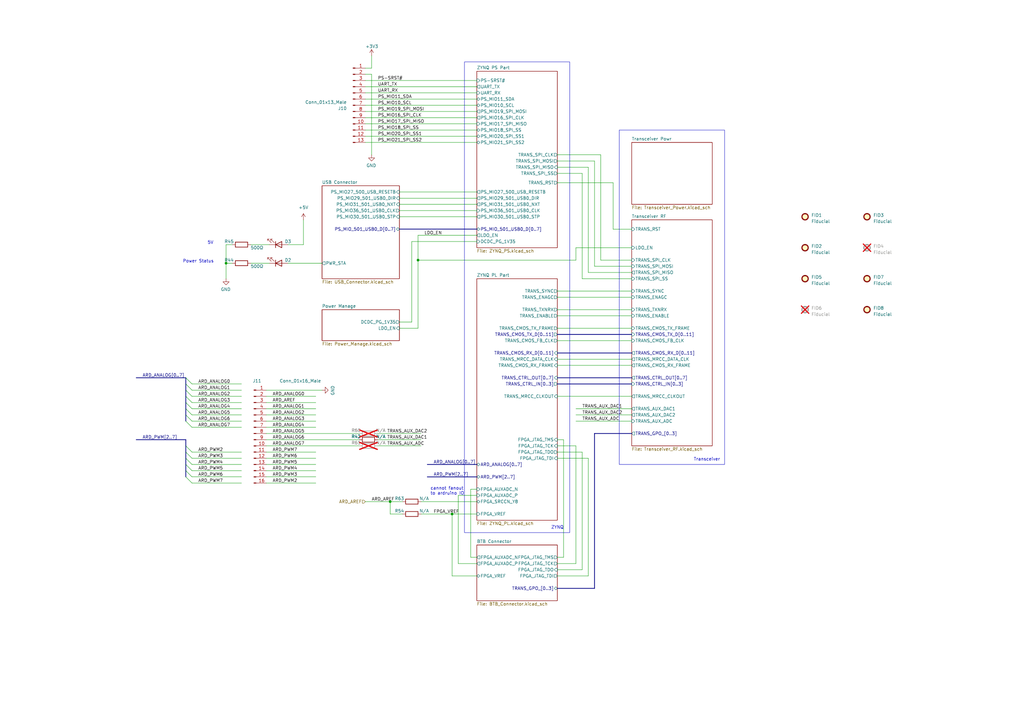
<source format=kicad_sch>
(kicad_sch (version 20231120) (generator "eeschema") (generator_version "8.0")
  (paper "A3")
  (lib_symbols
    (symbol "Connector:Conn_01x13_Male" (pin_names (offset 1.016) hide)
      (property "Reference" "J" (at 0 17.78 0))
      (property "Value" "Conn_01x13_Male" (at 0 -17.78 0))
      (symbol "Conn_01x13_Male_1_1"
        (polyline (pts (xy 1.27 -15.24) (xy 0.8636 -15.24)) (stroke (width 0.1524)))
        (polyline (pts (xy 1.27 -12.7) (xy 0.8636 -12.7)) (stroke (width 0.1524)))
        (polyline (pts (xy 1.27 -10.16) (xy 0.8636 -10.16)) (stroke (width 0.1524)))
        (polyline (pts (xy 1.27 -7.62) (xy 0.8636 -7.62)) (stroke (width 0.1524)))
        (polyline (pts (xy 1.27 -5.08) (xy 0.8636 -5.08)) (stroke (width 0.1524)))
        (polyline (pts (xy 1.27 -2.54) (xy 0.8636 -2.54)) (stroke (width 0.1524)))
        (polyline (pts (xy 1.27 0) (xy 0.8636 0)) (stroke (width 0.1524)))
        (polyline (pts (xy 1.27 2.54) (xy 0.8636 2.54)) (stroke (width 0.1524)))
        (polyline (pts (xy 1.27 5.08) (xy 0.8636 5.08)) (stroke (width 0.1524)))
        (polyline (pts (xy 1.27 7.62) (xy 0.8636 7.62)) (stroke (width 0.1524)))
        (polyline (pts (xy 1.27 10.16) (xy 0.8636 10.16)) (stroke (width 0.1524)))
        (polyline (pts (xy 1.27 12.7) (xy 0.8636 12.7)) (stroke (width 0.1524)))
        (polyline (pts (xy 1.27 15.24) (xy 0.8636 15.24)) (stroke (width 0.1524)))
        (rectangle (start 0.8636 -15.113) (end 0 -15.367) (stroke (width 0.1524)) (fill (type outline)))
        (rectangle (start 0.8636 -12.573) (end 0 -12.827) (stroke (width 0.1524)) (fill (type outline)))
        (rectangle (start 0.8636 -10.033) (end 0 -10.287) (stroke (width 0.1524)) (fill (type outline)))
        (rectangle (start 0.8636 -7.493) (end 0 -7.747) (stroke (width 0.1524)) (fill (type outline)))
        (rectangle (start 0.8636 -4.953) (end 0 -5.207) (stroke (width 0.1524)) (fill (type outline)))
        (rectangle (start 0.8636 -2.413) (end 0 -2.667) (stroke (width 0.1524)) (fill (type outline)))
        (rectangle (start 0.8636 0.127) (end 0 -0.127) (stroke (width 0.1524)) (fill (type outline)))
        (rectangle (start 0.8636 2.667) (end 0 2.413) (stroke (width 0.1524)) (fill (type outline)))
        (rectangle (start 0.8636 5.207) (end 0 4.953) (stroke (width 0.1524)) (fill (type outline)))
        (rectangle (start 0.8636 7.747) (end 0 7.493) (stroke (width 0.1524)) (fill (type outline)))
        (rectangle (start 0.8636 10.287) (end 0 10.033) (stroke (width 0.1524)) (fill (type outline)))
        (rectangle (start 0.8636 12.827) (end 0 12.573) (stroke (width 0.1524)) (fill (type outline)))
        (rectangle (start 0.8636 15.367) (end 0 15.113) (stroke (width 0.1524)) (fill (type outline)))
        (pin passive line (at 5.08 15.24 180) (length 3.81) (name "Pin_1") (number "1"))
        (pin passive line (at 5.08 -7.62 180) (length 3.81) (name "Pin_10") (number "10"))
        (pin passive line (at 5.08 -10.16 180) (length 3.81) (name "Pin_11") (number "11"))
        (pin passive line (at 5.08 -12.7 180) (length 3.81) (name "Pin_12") (number "12"))
        (pin passive line (at 5.08 -15.24 180) (length 3.81) (name "Pin_13") (number "13"))
        (pin passive line (at 5.08 12.7 180) (length 3.81) (name "Pin_2") (number "2"))
        (pin passive line (at 5.08 10.16 180) (length 3.81) (name "Pin_3") (number "3"))
        (pin passive line (at 5.08 7.62 180) (length 3.81) (name "Pin_4") (number "4"))
        (pin passive line (at 5.08 5.08 180) (length 3.81) (name "Pin_5") (number "5"))
        (pin passive line (at 5.08 2.54 180) (length 3.81) (name "Pin_6") (number "6"))
        (pin passive line (at 5.08 0 180) (length 3.81) (name "Pin_7") (number "7"))
        (pin passive line (at 5.08 -2.54 180) (length 3.81) (name "Pin_8") (number "8"))
        (pin passive line (at 5.08 -5.08 180) (length 3.81) (name "Pin_9") (number "9"))
      )
    )
    (symbol "Connector:Conn_01x16_Male" (pin_names (offset 1.016) hide)
      (property "Reference" "J" (at 0 20.32 0))
      (property "Value" "Conn_01x16_Male" (at 0 -22.86 0))
      (symbol "Conn_01x16_Male_1_1"
        (polyline (pts (xy 1.27 -20.32) (xy 0.8636 -20.32)) (stroke (width 0.1524)))
        (polyline (pts (xy 1.27 -17.78) (xy 0.8636 -17.78)) (stroke (width 0.1524)))
        (polyline (pts (xy 1.27 -15.24) (xy 0.8636 -15.24)) (stroke (width 0.1524)))
        (polyline (pts (xy 1.27 -12.7) (xy 0.8636 -12.7)) (stroke (width 0.1524)))
        (polyline (pts (xy 1.27 -10.16) (xy 0.8636 -10.16)) (stroke (width 0.1524)))
        (polyline (pts (xy 1.27 -7.62) (xy 0.8636 -7.62)) (stroke (width 0.1524)))
        (polyline (pts (xy 1.27 -5.08) (xy 0.8636 -5.08)) (stroke (width 0.1524)))
        (polyline (pts (xy 1.27 -2.54) (xy 0.8636 -2.54)) (stroke (width 0.1524)))
        (polyline (pts (xy 1.27 0) (xy 0.8636 0)) (stroke (width 0.1524)))
        (polyline (pts (xy 1.27 2.54) (xy 0.8636 2.54)) (stroke (width 0.1524)))
        (polyline (pts (xy 1.27 5.08) (xy 0.8636 5.08)) (stroke (width 0.1524)))
        (polyline (pts (xy 1.27 7.62) (xy 0.8636 7.62)) (stroke (width 0.1524)))
        (polyline (pts (xy 1.27 10.16) (xy 0.8636 10.16)) (stroke (width 0.1524)))
        (polyline (pts (xy 1.27 12.7) (xy 0.8636 12.7)) (stroke (width 0.1524)))
        (polyline (pts (xy 1.27 15.24) (xy 0.8636 15.24)) (stroke (width 0.1524)))
        (polyline (pts (xy 1.27 17.78) (xy 0.8636 17.78)) (stroke (width 0.1524)))
        (rectangle (start 0.8636 -20.193) (end 0 -20.447) (stroke (width 0.1524)) (fill (type outline)))
        (rectangle (start 0.8636 -17.653) (end 0 -17.907) (stroke (width 0.1524)) (fill (type outline)))
        (rectangle (start 0.8636 -15.113) (end 0 -15.367) (stroke (width 0.1524)) (fill (type outline)))
        (rectangle (start 0.8636 -12.573) (end 0 -12.827) (stroke (width 0.1524)) (fill (type outline)))
        (rectangle (start 0.8636 -10.033) (end 0 -10.287) (stroke (width 0.1524)) (fill (type outline)))
        (rectangle (start 0.8636 -7.493) (end 0 -7.747) (stroke (width 0.1524)) (fill (type outline)))
        (rectangle (start 0.8636 -4.953) (end 0 -5.207) (stroke (width 0.1524)) (fill (type outline)))
        (rectangle (start 0.8636 -2.413) (end 0 -2.667) (stroke (width 0.1524)) (fill (type outline)))
        (rectangle (start 0.8636 0.127) (end 0 -0.127) (stroke (width 0.1524)) (fill (type outline)))
        (rectangle (start 0.8636 2.667) (end 0 2.413) (stroke (width 0.1524)) (fill (type outline)))
        (rectangle (start 0.8636 5.207) (end 0 4.953) (stroke (width 0.1524)) (fill (type outline)))
        (rectangle (start 0.8636 7.747) (end 0 7.493) (stroke (width 0.1524)) (fill (type outline)))
        (rectangle (start 0.8636 10.287) (end 0 10.033) (stroke (width 0.1524)) (fill (type outline)))
        (rectangle (start 0.8636 12.827) (end 0 12.573) (stroke (width 0.1524)) (fill (type outline)))
        (rectangle (start 0.8636 15.367) (end 0 15.113) (stroke (width 0.1524)) (fill (type outline)))
        (rectangle (start 0.8636 17.907) (end 0 17.653) (stroke (width 0.1524)) (fill (type outline)))
        (pin passive line (at 5.08 17.78 180) (length 3.81) (name "Pin_1") (number "1"))
        (pin passive line (at 5.08 -5.08 180) (length 3.81) (name "Pin_10") (number "10"))
        (pin passive line (at 5.08 -7.62 180) (length 3.81) (name "Pin_11") (number "11"))
        (pin passive line (at 5.08 -10.16 180) (length 3.81) (name "Pin_12") (number "12"))
        (pin passive line (at 5.08 -12.7 180) (length 3.81) (name "Pin_13") (number "13"))
        (pin passive line (at 5.08 -15.24 180) (length 3.81) (name "Pin_14") (number "14"))
        (pin passive line (at 5.08 -17.78 180) (length 3.81) (name "Pin_15") (number "15"))
        (pin passive line (at 5.08 -20.32 180) (length 3.81) (name "Pin_16") (number "16"))
        (pin passive line (at 5.08 15.24 180) (length 3.81) (name "Pin_2") (number "2"))
        (pin passive line (at 5.08 12.7 180) (length 3.81) (name "Pin_3") (number "3"))
        (pin passive line (at 5.08 10.16 180) (length 3.81) (name "Pin_4") (number "4"))
        (pin passive line (at 5.08 7.62 180) (length 3.81) (name "Pin_5") (number "5"))
        (pin passive line (at 5.08 5.08 180) (length 3.81) (name "Pin_6") (number "6"))
        (pin passive line (at 5.08 2.54 180) (length 3.81) (name "Pin_7") (number "7"))
        (pin passive line (at 5.08 0 180) (length 3.81) (name "Pin_8") (number "8"))
        (pin passive line (at 5.08 -2.54 180) (length 3.81) (name "Pin_9") (number "9"))
      )
    )
    (symbol "Device:LED" (pin_numbers hide) (pin_names (offset 1.016) hide)
      (property "Reference" "D" (at 0 2.54 0))
      (property "Value" "LED" (at 0 -2.54 0))
      (symbol "LED_0_1"
        (polyline (pts (xy -1.27 -1.27) (xy -1.27 1.27)) (stroke (width 0.254)))
        (polyline (pts (xy -1.27 0) (xy 1.27 0)))
        (polyline (pts (xy 1.27 -1.27) (xy 1.27 1.27) (xy -1.27 0) (xy 1.27 -1.27)) (stroke (width 0.254)))
        (polyline (pts (xy -3.048 -0.762) (xy -4.572 -2.286) (xy -3.81 -2.286) (xy -4.572 -2.286) (xy -4.572 -1.524)))
        (polyline (pts (xy -1.778 -0.762) (xy -3.302 -2.286) (xy -2.54 -2.286) (xy -3.302 -2.286) (xy -3.302 -1.524)))
      )
      (symbol "LED_1_1"
        (pin passive line (at -3.81 0 0) (length 2.54) (name "K") (number "1"))
        (pin passive line (at 3.81 0 180) (length 2.54) (name "A") (number "2"))
      )
    )
    (symbol "Device:R" (pin_numbers hide) (pin_names (offset 0))
      (property "Reference" "R" (at 2.032 0 90))
      (property "Value" "R" (at 0 0 90))
      (symbol "R_0_1"
        (rectangle (start -1.016 -2.54) (end 1.016 2.54) (stroke (width 0.254)))
      )
      (symbol "R_1_1"
        (pin passive line (at 0 3.81 270) (length 1.27) (name "~") (number "1"))
        (pin passive line (at 0 -3.81 90) (length 1.27) (name "~") (number "2"))
      )
    )
    (symbol "Mechanical:Fiducial"
      (property "Reference" "FID" (at 0 5.08 0))
      (property "Value" "Fiducial" (at 0 3.175 0))
      (symbol "Fiducial_0_1"
        (circle (center 0 0) (radius 1.27) (stroke (width 0.508)) (fill (type background)))
      )
    )
    (symbol "power:+3.3V" (power) (pin_names (offset 0))
      (property "Value" "+3.3V" (at 0 3.556 0))
      (symbol "+3.3V_0_1"
        (polyline (pts (xy -0.762 1.27) (xy 0 2.54)))
        (polyline (pts (xy 0 0) (xy 0 2.54)))
        (polyline (pts (xy 0 2.54) (xy 0.762 1.27)))
      )
      (symbol "+3.3V_1_1"
        (pin power_in line (at 0 0 90) (length 0) hide (name "+3V3") (number "1"))
      )
    )
    (symbol "power:+5V" (power) (pin_names (offset 0))
      (property "Value" "+5V" (at 0 3.556 0))
      (symbol "+5V_0_1"
        (polyline (pts (xy -0.762 1.27) (xy 0 2.54)))
        (polyline (pts (xy 0 0) (xy 0 2.54)))
        (polyline (pts (xy 0 2.54) (xy 0.762 1.27)))
      )
      (symbol "+5V_1_1"
        (pin power_in line (at 0 0 90) (length 0) hide (name "+5V") (number "1"))
      )
    )
    (symbol "power:GND" (power) (pin_names (offset 0))
      (property "Value" "GND" (at 0 -3.81 0))
      (symbol "GND_0_1"
        (polyline (pts (xy 0 0) (xy 0 -1.27) (xy 1.27 -1.27) (xy 0 -2.54) (xy -1.27 -1.27) (xy 0 -1.27)))
      )
      (symbol "GND_1_1"
        (pin power_in line (at 0 0 270) (length 0) hide (name "GND") (number "1"))
      )
    )
  )
  (junction (at 171.45 106.68))
  (junction (at 160.02 205.74))
  (junction (at 92.71 107.95))
  (junction (at 185.42 210.82))
  (bus_entry (at 76.2 154.94) (size 2.54 2.54))
  (bus_entry (at 76.2 187.96) (size 2.54 2.54))
  (bus_entry (at 76.2 170.18) (size 2.54 2.54))
  (bus_entry (at 76.2 193.04) (size 2.54 2.54))
  (bus_entry (at 76.2 182.88) (size 2.54 2.54))
  (bus_entry (at 76.2 190.5) (size 2.54 2.54))
  (bus_entry (at 76.2 157.48) (size 2.54 2.54))
  (bus_entry (at 76.2 195.58) (size 2.54 2.54))
  (bus_entry (at 76.2 167.64) (size 2.54 2.54))
  (bus_entry (at 76.2 172.72) (size 2.54 2.54))
  (bus_entry (at 76.2 162.56) (size 2.54 2.54))
  (bus_entry (at 76.2 165.1) (size 2.54 2.54))
  (bus_entry (at 76.2 185.42) (size 2.54 2.54))
  (bus_entry (at 76.2 160.02) (size 2.54 2.54))
  (bus (pts (xy 55.88 180.34) (xy 76.2 180.34)))
  (wire (pts (xy 236.22 167.64) (xy 259.08 167.64)))
  (wire (pts (xy 185.42 236.22) (xy 195.58 236.22)))
  (wire (pts (xy 228.6 228.6) (xy 231.14 228.6)))
  (wire (pts (xy 172.72 210.82) (xy 185.42 210.82)))
  (wire (pts (xy 228.6 182.88) (xy 236.22 182.88)))
  (wire (pts (xy 149.86 40.64) (xy 195.58 40.64)))
  (wire (pts (xy 228.6 147.32) (xy 259.08 147.32)))
  (wire (pts (xy 78.74 185.42) (xy 99.06 185.42)))
  (wire (pts (xy 236.22 182.88) (xy 236.22 231.14)))
  (wire (pts (xy 228.6 139.7) (xy 259.08 139.7)))
  (wire (pts (xy 193.04 200.66) (xy 193.04 228.6)))
  (wire (pts (xy 236.22 231.14) (xy 228.6 231.14)))
  (wire (pts (xy 99.06 160.02) (xy 78.74 160.02)))
  (wire (pts (xy 228.6 162.56) (xy 259.08 162.56)))
  (wire (pts (xy 149.86 58.42) (xy 195.58 58.42)))
  (bus (pts (xy 76.2 185.42) (xy 76.2 182.88)))
  (bus (pts (xy 76.2 157.48) (xy 76.2 154.94)))
  (wire (pts (xy 187.96 203.2) (xy 195.58 203.2)))
  (wire (pts (xy 154.94 180.34) (xy 172.72 180.34)))
  (wire (pts (xy 92.71 107.95) (xy 92.71 114.3)))
  (wire (pts (xy 259.08 93.98) (xy 251.46 93.98)))
  (wire (pts (xy 149.86 27.94) (xy 152.4 27.94)))
  (wire (pts (xy 241.3 111.76) (xy 259.08 111.76)))
  (wire (pts (xy 195.58 96.52) (xy 171.45 96.52)))
  (wire (pts (xy 243.84 109.22) (xy 259.08 109.22)))
  (wire (pts (xy 78.74 190.5) (xy 99.06 190.5)))
  (wire (pts (xy 168.91 132.08) (xy 168.91 99.06)))
  (wire (pts (xy 129.54 187.96) (xy 109.22 187.96)))
  (wire (pts (xy 193.04 228.6) (xy 195.58 228.6)))
  (wire (pts (xy 129.54 185.42) (xy 109.22 185.42)))
  (wire (pts (xy 149.86 45.72) (xy 195.58 45.72)))
  (wire (pts (xy 238.76 233.68) (xy 228.6 233.68)))
  (wire (pts (xy 109.22 182.88) (xy 147.32 182.88)))
  (wire (pts (xy 129.54 167.64) (xy 109.22 167.64)))
  (wire (pts (xy 236.22 101.6) (xy 259.08 101.6)))
  (wire (pts (xy 129.54 172.72) (xy 109.22 172.72)))
  (wire (pts (xy 152.4 27.94) (xy 152.4 22.86)))
  (wire (pts (xy 171.45 96.52) (xy 171.45 106.68)))
  (wire (pts (xy 243.84 66.04) (xy 243.84 109.22)))
  (wire (pts (xy 236.22 172.72) (xy 259.08 172.72)))
  (wire (pts (xy 160.02 205.74) (xy 160.02 210.82)))
  (wire (pts (xy 163.83 86.36) (xy 195.58 86.36)))
  (bus (pts (xy 76.2 193.04) (xy 76.2 190.5)))
  (wire (pts (xy 163.83 78.74) (xy 195.58 78.74)))
  (wire (pts (xy 99.06 165.1) (xy 78.74 165.1)))
  (wire (pts (xy 129.54 195.58) (xy 109.22 195.58)))
  (wire (pts (xy 124.46 100.33) (xy 118.11 100.33)))
  (wire (pts (xy 195.58 200.66) (xy 193.04 200.66)))
  (wire (pts (xy 195.58 231.14) (xy 187.96 231.14)))
  (wire (pts (xy 172.72 205.74) (xy 195.58 205.74)))
  (wire (pts (xy 154.94 182.88) (xy 172.72 182.88)))
  (wire (pts (xy 109.22 177.8) (xy 147.32 177.8)))
  (wire (pts (xy 163.83 134.62) (xy 171.45 134.62)))
  (wire (pts (xy 241.3 68.58) (xy 241.3 111.76)))
  (wire (pts (xy 110.49 100.33) (xy 102.87 100.33)))
  (bus (pts (xy 243.84 177.8) (xy 259.08 177.8)))
  (wire (pts (xy 99.06 157.48) (xy 78.74 157.48)))
  (wire (pts (xy 78.74 193.04) (xy 99.06 193.04)))
  (wire (pts (xy 149.86 53.34) (xy 195.58 53.34)))
  (bus (pts (xy 76.2 167.64) (xy 76.2 165.1)))
  (wire (pts (xy 99.06 167.64) (xy 78.74 167.64)))
  (bus (pts (xy 228.6 241.3) (xy 243.84 241.3)))
  (wire (pts (xy 228.6 63.5) (xy 246.38 63.5)))
  (wire (pts (xy 228.6 119.38) (xy 259.08 119.38)))
  (wire (pts (xy 228.6 185.42) (xy 238.76 185.42)))
  (wire (pts (xy 241.3 236.22) (xy 228.6 236.22)))
  (wire (pts (xy 109.22 180.34) (xy 147.32 180.34)))
  (wire (pts (xy 163.83 88.9) (xy 195.58 88.9)))
  (wire (pts (xy 163.83 83.82) (xy 195.58 83.82)))
  (wire (pts (xy 124.46 90.17) (xy 124.46 100.33)))
  (wire (pts (xy 228.6 129.54) (xy 259.08 129.54)))
  (wire (pts (xy 187.96 203.2) (xy 187.96 231.14)))
  (bus (pts (xy 76.2 160.02) (xy 76.2 157.48)))
  (wire (pts (xy 129.54 193.04) (xy 109.22 193.04)))
  (wire (pts (xy 149.86 50.8) (xy 195.58 50.8)))
  (bus (pts (xy 76.2 154.94) (xy 55.88 154.94)))
  (wire (pts (xy 163.83 132.08) (xy 168.91 132.08)))
  (wire (pts (xy 152.4 30.48) (xy 149.86 30.48)))
  (bus (pts (xy 228.6 157.48) (xy 259.08 157.48)))
  (bus (pts (xy 76.2 167.64) (xy 76.2 170.18)))
  (wire (pts (xy 152.4 30.48) (xy 152.4 63.5)))
  (wire (pts (xy 95.25 107.95) (xy 92.71 107.95)))
  (bus (pts (xy 243.84 177.8) (xy 243.84 241.3)))
  (bus (pts (xy 228.6 144.78) (xy 259.08 144.78)))
  (bus (pts (xy 76.2 170.18) (xy 76.2 172.72)))
  (wire (pts (xy 228.6 68.58) (xy 241.3 68.58)))
  (wire (pts (xy 109.22 160.02) (xy 132.08 160.02)))
  (wire (pts (xy 129.54 198.12) (xy 109.22 198.12)))
  (wire (pts (xy 99.06 172.72) (xy 78.74 172.72)))
  (wire (pts (xy 149.86 43.18) (xy 195.58 43.18)))
  (bus (pts (xy 76.2 195.58) (xy 76.2 193.04)))
  (wire (pts (xy 129.54 170.18) (xy 109.22 170.18)))
  (bus (pts (xy 228.6 154.94) (xy 259.08 154.94)))
  (wire (pts (xy 228.6 71.12) (xy 238.76 71.12)))
  (wire (pts (xy 129.54 162.56) (xy 109.22 162.56)))
  (wire (pts (xy 231.14 228.6) (xy 231.14 180.34)))
  (wire (pts (xy 163.83 81.28) (xy 195.58 81.28)))
  (wire (pts (xy 149.86 205.74) (xy 160.02 205.74)))
  (bus (pts (xy 76.2 190.5) (xy 76.2 187.96)))
  (wire (pts (xy 238.76 185.42) (xy 238.76 233.68)))
  (wire (pts (xy 228.6 74.93) (xy 251.46 74.93)))
  (wire (pts (xy 118.11 107.95) (xy 132.08 107.95)))
  (wire (pts (xy 99.06 162.56) (xy 78.74 162.56)))
  (wire (pts (xy 185.42 210.82) (xy 195.58 210.82)))
  (wire (pts (xy 168.91 99.06) (xy 195.58 99.06)))
  (wire (pts (xy 228.6 134.62) (xy 259.08 134.62)))
  (wire (pts (xy 78.74 187.96) (xy 99.06 187.96)))
  (wire (pts (xy 246.38 63.5) (xy 246.38 106.68)))
  (wire (pts (xy 149.86 48.26) (xy 195.58 48.26)))
  (wire (pts (xy 129.54 190.5) (xy 109.22 190.5)))
  (bus (pts (xy 163.83 93.98) (xy 195.58 93.98)))
  (wire (pts (xy 102.87 107.95) (xy 110.49 107.95)))
  (bus (pts (xy 228.6 137.16) (xy 259.08 137.16)))
  (wire (pts (xy 228.6 187.96) (xy 241.3 187.96)))
  (wire (pts (xy 109.22 165.1) (xy 129.54 165.1)))
  (wire (pts (xy 160.02 210.82) (xy 165.1 210.82)))
  (wire (pts (xy 238.76 71.12) (xy 238.76 114.3)))
  (bus (pts (xy 76.2 182.88) (xy 76.2 180.34)))
  (wire (pts (xy 171.45 106.68) (xy 171.45 134.62)))
  (wire (pts (xy 228.6 127) (xy 259.08 127)))
  (wire (pts (xy 78.74 198.12) (xy 99.06 198.12)))
  (bus (pts (xy 76.2 165.1) (xy 76.2 162.56)))
  (wire (pts (xy 92.71 100.33) (xy 92.71 107.95)))
  (wire (pts (xy 154.94 177.8) (xy 172.72 177.8)))
  (wire (pts (xy 149.86 33.02) (xy 195.58 33.02)))
  (wire (pts (xy 228.6 149.86) (xy 259.08 149.86)))
  (wire (pts (xy 231.14 180.34) (xy 228.6 180.34)))
  (bus (pts (xy 76.2 187.96) (xy 76.2 185.42)))
  (bus (pts (xy 76.2 162.56) (xy 76.2 160.02)))
  (bus (pts (xy 175.26 190.5) (xy 195.58 190.5)))
  (wire (pts (xy 238.76 114.3) (xy 259.08 114.3)))
  (wire (pts (xy 251.46 93.98) (xy 251.46 74.93)))
  (wire (pts (xy 160.02 205.74) (xy 165.1 205.74)))
  (wire (pts (xy 149.86 38.1) (xy 195.58 38.1)))
  (wire (pts (xy 236.22 170.18) (xy 259.08 170.18)))
  (wire (pts (xy 95.25 100.33) (xy 92.71 100.33)))
  (wire (pts (xy 185.42 210.82) (xy 185.42 236.22)))
  (wire (pts (xy 241.3 187.96) (xy 241.3 236.22)))
  (wire (pts (xy 149.86 35.56) (xy 195.58 35.56)))
  (wire (pts (xy 149.86 55.88) (xy 195.58 55.88)))
  (wire (pts (xy 129.54 175.26) (xy 109.22 175.26)))
  (wire (pts (xy 171.45 106.68) (xy 236.22 106.68)))
  (wire (pts (xy 236.22 106.68) (xy 236.22 101.6)))
  (bus (pts (xy 175.26 195.58) (xy 195.58 195.58)))
  (wire (pts (xy 78.74 195.58) (xy 99.06 195.58)))
  (wire (pts (xy 228.6 121.92) (xy 259.08 121.92)))
  (wire (pts (xy 99.06 170.18) (xy 78.74 170.18)))
  (wire (pts (xy 99.06 175.26) (xy 78.74 175.26)))
  (wire (pts (xy 246.38 106.68) (xy 259.08 106.68)))
  (wire (pts (xy 228.6 66.04) (xy 243.84 66.04)))
  (rectangle (start 254 53.34) (end 297.18 190.5) (stroke (width 0.1524)))
  (rectangle (start 190.5 25.4) (end 233.68 218.44) (stroke (width 0.1524)))
  (text "5V" (at 85.09 100.33 0) (effects (font (size 1.27 1.27)) (justify left bottom)))
  (text "Transceiver" (at 284.48 189.23 0) (effects (font (size 1.27 1.27)) (justify left bottom)))
  (text "ZYNQ" (at 226.06 217.17 0) (effects (font (size 1.27 1.27)) (justify left bottom)))
  (text "cannot fanout\nto ardruino IO\n" (at 176.53 203.2 0) (effects (font (size 1.27 1.27)) (justify left bottom)))
  (text "Power Status\n" (at 74.93 107.95 0) (effects (font (size 1.27 1.27)) (justify left bottom)))
  (label "ARD_ANALOG[0..7]" (at 177.8 190.5 0))
  (label "PS_MIO19_SPI_MOSI" (at 154.94 45.72 0))
  (label "TRANS_AUX_DAC2" (at 158.75 177.8 0))
  (label "ARD_ANALOG[0..7]" (at 58.42 154.94 0))
  (label "ARD_ANALOG6" (at 81.28 172.72 0))
  (label "ARD_ANALOG2" (at 81.28 162.56 0))
  (label "ARD_PWM7" (at 111.76 185.42 0))
  (label "PS_MIO17_SPI_MISO" (at 154.94 50.8 0))
  (label "ARD_PWM[2..7]" (at 58.42 180.34 0))
  (label "ARD_PWM5" (at 111.76 190.5 0))
  (label "TRANS_AUX_DAC1" (at 158.75 180.34 0))
  (label "ARD_PWM[2..7]" (at 177.8 195.58 0))
  (label "LDO_EN" (at 173.99 96.52 0))
  (label "ARD_PWM6" (at 81.28 195.58 0))
  (label "ARD_AREF" (at 111.76 165.1 0))
  (label "ARD_ANALOG2" (at 111.76 170.18 0))
  (label "FPGA_VREF" (at 177.8 210.82 0))
  (label "UART_RX" (at 154.94 38.1 0))
  (label "ARD_ANALOG7" (at 111.76 182.88 0))
  (label "ARD_PWM2" (at 111.76 198.12 0))
  (label "ARD_PWM2" (at 81.28 185.42 0))
  (label "ARD_ANALOG6" (at 111.76 180.34 0))
  (label "ARD_ANALOG3" (at 111.76 172.72 0))
  (label "ARD_ANALOG4" (at 111.76 175.26 0))
  (label "TRANS_AUX_DAC1" (at 238.76 167.64 0))
  (label "ARD_ANALOG0" (at 111.76 162.56 0))
  (label "ARD_ANALOG1" (at 81.28 160.02 0))
  (label "ARD_PWM4" (at 81.28 190.5 0))
  (label "ARD_AREF" (at 152.4 205.74 0))
  (label "ARD_PWM7" (at 81.28 198.12 0))
  (label "PS_MIO21_SPI_SS2" (at 154.94 58.42 0))
  (label "ARD_PWM3" (at 111.76 195.58 0))
  (label "ARD_ANALOG7" (at 81.28 175.26 0))
  (label "TRANS_AUX_ADC" (at 158.75 182.88 0))
  (label "PS_MIO10_SCL" (at 154.94 43.18 0))
  (label "ARD_ANALOG1" (at 111.76 167.64 0))
  (label "PS_MIO18_SPI_SS" (at 154.94 53.34 0))
  (label "ARD_ANALOG3" (at 81.28 165.1 0))
  (label "PS_MIO16_SPI_CLK" (at 154.94 48.26 0))
  (label "ARD_PWM6" (at 111.76 187.96 0))
  (label "PS_MIO20_SPI_SS1" (at 154.94 55.88 0))
  (label "ARD_ANALOG4" (at 81.28 167.64 0))
  (label "TRANS_AUX_ADC" (at 238.76 172.72 0))
  (label "UART_TX" (at 154.94 35.56 0))
  (label "PS-SRST#" (at 154.94 33.02 0))
  (label "ARD_PWM5" (at 81.28 193.04 0))
  (label "PS_MIO11_SDA" (at 154.94 40.64 0))
  (label "ARD_ANALOG5" (at 111.76 177.8 0))
  (label "ARD_PWM4" (at 111.76 193.04 0))
  (label "TRANS_AUX_DAC2" (at 238.76 170.18 0))
  (label "ARD_ANALOG0" (at 81.28 157.48 0))
  (label "ARD_PWM3" (at 81.28 187.96 0))
  (label "ARD_ANALOG5" (at 81.28 170.18 0))
  (hierarchical_label "ARD_AREF" (shape input) (at 149.86 205.74 180))
  (symbol (lib_id "Device:R") (at 151.13 180.34 90) (mirror x) (unit 1)
    (property "Reference" "R42" (at 146.05 179.07 90))
    (property "Value" "N/A" (at 156.21 179.07 90))
    (property "Footprint" "Resistor_SMD:R_0201_0603Metric" (effects (hide yes)))
  )
  (symbol (lib_id "power:GND") (at 92.71 114.3 0) (mirror y) (unit 1)
    (property "Reference" "#PWR0227" (effects (hide yes)))
    (property "Value" "GND" (at 92.583 118.6942 0))
  )
  (symbol (lib_id "Mechanical:Fiducial") (at 355.6 127 0) (unit 1)
    (property "Reference" "FID8" (at 358.14 126.365 0) (effects (justify left)))
    (property "Value" "Fiducial" (at 358.14 128.905 0) (effects (justify left)))
    (property "Footprint" "Fiducial:Fiducial_0.75mm_Mask2.25mm" (effects (hide yes)))
  )
  (symbol (lib_id "Mechanical:Fiducial") (at 330.2 88.9 0) (unit 1)
    (property "Reference" "FID1" (at 332.74 88.265 0) (effects (justify left)))
    (property "Value" "Fiducial" (at 332.74 90.805 0) (effects (justify left)))
    (property "Footprint" "Fiducial:Fiducial_0.75mm_Mask2.25mm" (effects (hide yes)))
  )
  (symbol (lib_id "Mechanical:Fiducial") (at 330.2 101.6 0) (unit 1)
    (property "Reference" "FID2" (at 332.74 100.965 0) (effects (justify left)))
    (property "Value" "Fiducial" (at 332.74 103.505 0) (effects (justify left)))
    (property "Footprint" "Fiducial:Fiducial_0.75mm_Mask2.25mm" (effects (hide yes)))
  )
  (symbol (lib_id "Mechanical:Fiducial") (at 355.6 114.3 0) (unit 1)
    (property "Reference" "FID7" (at 358.14 113.665 0) (effects (justify left)))
    (property "Value" "Fiducial" (at 358.14 116.205 0) (effects (justify left)))
    (property "Footprint" "Fiducial:Fiducial_0.75mm_Mask2.25mm" (effects (hide yes)))
  )
  (symbol (lib_id "power:GND") (at 132.08 160.02 90) (mirror x) (unit 1)
    (property "Reference" "#PWR0114" (effects (hide yes)))
    (property "Value" "GND" (at 136.4742 160.147 0))
  )
  (symbol (lib_id "Device:LED") (at 114.3 100.33 0) (mirror x) (unit 1)
    (property "Reference" "D3" (at 118.11 99.06 0))
    (property "Value" "LED" (effects (hide yes)))
    (property "Footprint" "LED_SMD:LED_0201_0603Metric" (effects (hide yes)))
  )
  (symbol (lib_id "Device:R") (at 168.91 205.74 270) (unit 1)
    (property "Reference" "R63" (at 163.83 204.47 90))
    (property "Value" "N/A" (at 173.99 204.47 90))
    (property "Footprint" "Resistor_SMD:R_0201_0603Metric" (effects (hide yes)))
  )
  (symbol (lib_id "power:+5V") (at 124.46 90.17 0) (mirror y) (unit 1)
    (property "Reference" "#PWR0203" (effects (hide yes)))
    (property "Value" "+5V" (at 124.46 85.09 0))
  )
  (symbol (lib_id "Mechanical:Fiducial") (at 330.2 114.3 0) (unit 1)
    (property "Reference" "FID5" (at 332.74 113.665 0) (effects (justify left)))
    (property "Value" "Fiducial" (at 332.74 116.205 0) (effects (justify left)))
    (property "Footprint" "Fiducial:Fiducial_0.75mm_Mask2.25mm" (effects (hide yes)))
  )
  (symbol (lib_id "Device:R") (at 151.13 177.8 90) (mirror x) (unit 1) (on_board no) (dnp yes)
    (property "Reference" "R60" (at 146.05 176.53 90))
    (property "Value" "N/A" (at 156.21 176.53 90))
    (property "Footprint" "Resistor_SMD:R_0201_0603Metric" (effects (hide yes)))
  )
  (symbol (lib_id "Device:R") (at 99.06 100.33 90) (mirror x) (unit 1)
    (property "Reference" "R45" (at 93.98 99.06 90))
    (property "Value" "500Ω" (at 105.41 101.6 90))
    (property "Footprint" "Resistor_SMD:R_0201_0603Metric" (effects (hide yes)))
  )
  (symbol (lib_id "Device:LED") (at 114.3 107.95 0) (mirror x) (unit 1)
    (property "Reference" "D2" (at 118.11 106.68 0))
    (property "Value" "LED" (effects (hide yes)))
    (property "Footprint" "LED_SMD:LED_0201_0603Metric" (effects (hide yes)))
  )
  (symbol (lib_id "power:+3.3V") (at 152.4 22.86 0) (mirror y) (unit 1)
    (property "Reference" "#PWR0207" (effects (hide yes)))
    (property "Value" "+3V3" (at 149.86 19.05 0) (effects (justify right)))
  )
  (symbol (lib_id "Mechanical:Fiducial") (at 355.6 88.9 0) (unit 1)
    (property "Reference" "FID3" (at 358.14 88.265 0) (effects (justify left)))
    (property "Value" "Fiducial" (at 358.14 90.805 0) (effects (justify left)))
    (property "Footprint" "Fiducial:Fiducial_0.75mm_Mask2.25mm" (effects (hide yes)))
  )
  (symbol (lib_id "power:GND") (at 152.4 63.5 0) (mirror y) (unit 1)
    (property "Reference" "#PWR01" (effects (hide yes)))
    (property "Value" "GND" (at 152.273 67.8942 0))
  )
  (symbol (lib_id "Device:R") (at 168.91 210.82 270) (unit 1)
    (property "Reference" "R54" (at 163.83 209.55 90))
    (property "Value" "N/A" (at 173.99 209.55 90))
    (property "Footprint" "Resistor_SMD:R_0201_0603Metric" (effects (hide yes)))
  )
  (symbol (lib_id "Connector:Conn_01x13_Male") (at 144.78 43.18 0) (unit 1)
    (property "Reference" "J10" (at 142.24 44.45 0) (effects (justify right)))
    (property "Value" "Conn_01x13_Male" (at 142.24 41.91 0) (effects (justify right)))
    (property "Footprint" "Connector_PinHeader_2.54mm:PinHeader_1x13_P2.54mm_Vertical" (effects (hide yes)))
  )
  (symbol (lib_id "Connector:Conn_01x16_Male") (at 104.14 177.8 0) (unit 1)
    (property "Reference" "J11" (at 105.41 156.21 0))
    (property "Value" "Conn_01x16_Male" (at 123.19 156.21 0))
    (property "Footprint" "Connector_PinHeader_2.54mm:PinHeader_1x16_P2.54mm_Vertical" (effects (hide yes)))
    (property "PN" "DNP" (effects (hide yes)))
  )
  (symbol (lib_id "Device:R") (at 99.06 107.95 270) (unit 1)
    (property "Reference" "R44" (at 93.98 106.68 90))
    (property "Value" "500Ω" (at 105.41 109.22 90))
    (property "Footprint" "Resistor_SMD:R_0201_0603Metric" (effects (hide yes)))
  )
  (symbol (lib_id "Mechanical:Fiducial") (at 330.2 127 0) (unit 1) (on_board no) (dnp yes)
    (property "Reference" "FID6" (at 332.74 126.365 0) (effects (justify left)))
    (property "Value" "Fiducial" (at 332.74 128.905 0) (effects (justify left)))
    (property "Footprint" "Fiducial:Fiducial_0.75mm_Mask2.25mm" (effects (hide yes)))
  )
  (symbol (lib_id "Device:R") (at 151.13 182.88 90) (mirror x) (unit 1) (on_board no) (dnp yes)
    (property "Reference" "R61" (at 146.05 181.61 90))
    (property "Value" "N/A" (at 156.21 181.61 90))
    (property "Footprint" "Resistor_SMD:R_0201_0603Metric" (effects (hide yes)))
  )
  (symbol (lib_id "Mechanical:Fiducial") (at 355.6 101.6 0) (unit 1) (on_board no) (dnp yes)
    (property "Reference" "FID4" (at 358.14 100.965 0) (effects (justify left)))
    (property "Value" "Fiducial" (at 358.14 103.505 0) (effects (justify left)))
    (property "Footprint" "Fiducial:Fiducial_0.75mm_Mask2.25mm" (effects (hide yes)))
  )
  (sheet (at 132.08 127) (size 31.75 12.7) (stroke (width 0.1524))
    (property "Sheetname" "Power Manage" (at 132.08 126.2884 0) (effects (justify left bottom)))
    (property "Sheetfile" "Power_Manage.kicad_sch" (at 132.08 140.2846 0) (effects (justify left top)))
    (pin "DCDC_PG_1V35" output (at 163.83 132.08 0))
    (pin "LDO_EN" input (at 163.83 134.62 0))
  )
  (sheet (at 132.08 76.2) (size 31.75 38.1) (stroke (width 0.1524))
    (property "Sheetname" "USB Connector" (at 132.08 75.4884 0) (effects (justify left bottom)))
    (property "Sheetfile" "USB_Connector.kicad_sch" (at 132.08 114.8846 0) (effects (justify left top)))
    (pin "PS_MIO29_501_USB0_DIR" input (at 163.83 81.28 0))
    (pin "PS_MIO31_501_USB0_NXT" input (at 163.83 83.82 0))
    (pin "PS_MIO36_501_USB0_CLK" output (at 163.83 86.36 0))
    (pin "PS_MIO30_501_USB0_STP" input (at 163.83 88.9 0))
    (pin "PWR_STA" output (at 132.08 107.95 180))
    (pin "PS_MIO27_500_USB_RESETB" input (at 163.83 78.74 0))
    (pin "PS_MIO_501_USB0_D[0..7]" bidirectional (at 163.83 93.98 0))
  )
  (sheet (at 259.08 90.17) (size 33.02 92.71) (stroke (width 0.1524))
    (property "Sheetname" "Transceiver RF" (at 259.08 89.4584 0) (effects (justify left bottom)))
    (property "Sheetfile" "Transceiver_RF.kicad_sch" (at 259.08 183.4646 0) (effects (justify left top)))
    (pin "TRANS_MRCC_DATA_CLK" output (at 259.08 147.32 180))
    (pin "TRANS_CMOS_RX_D[0..11]" output (at 259.08 144.78 180))
    (pin "TRANS_CTRL_IN[0..3]" input (at 259.08 157.48 180))
    (pin "TRANS_CMOS_RX_FRAME" output (at 259.08 149.86 180))
    (pin "TRANS_CTRL_OUT[0..7]" output (at 259.08 154.94 180))
    (pin "TRANS_ENAGC" input (at 259.08 121.92 180))
    (pin "TRANS_SYNC" input (at 259.08 119.38 180))
    (pin "TRANS_ENABLE" input (at 259.08 129.54 180))
    (pin "TRANS_TXNRX" input (at 259.08 127 180))
    (pin "TRANS_CMOS_FB_CLK" input (at 259.08 139.7 180))
    (pin "TRANS_CMOS_TX_FRAME" input (at 259.08 134.62 180))
    (pin "TRANS_CMOS_TX_D[0..11]" input (at 259.08 137.16 180))
    (pin "TRANS_MRCC_CLKOUT" output (at 259.08 162.56 180))
    (pin "TRANS_SPI_MOSI" input (at 259.08 109.22 180))
    (pin "TRANS_SPI_CLK" input (at 259.08 106.68 180))
    (pin "TRANS_SPI_MISO" output (at 259.08 111.76 180))
    (pin "TRANS_SPI_SS" input (at 259.08 114.3 180))
    (pin "TRANS_AUX_DAC2" output (at 259.08 170.18 180))
    (pin "TRANS_AUX_DAC1" output (at 259.08 167.64 180))
    (pin "TRANS_AUX_ADC" input (at 259.08 172.72 180))
    (pin "TRANS_GPO_[0..3]" output (at 259.08 177.8 180))
    (pin "TRANS_RST" input (at 259.08 93.98 180))
    (pin "LDO_EN" input (at 259.08 101.6 180))
  )
  (sheet (at 259.08 58.42) (size 33.02 25.4) (stroke (width 0.1524))
    (property "Sheetname" "Transceiver Powr" (at 259.08 57.7084 0) (effects (justify left bottom)))
    (property "Sheetfile" "Transceiver_Power.kicad_sch" (at 259.08 84.4046 0) (effects (justify left top)))
  )
  (sheet (at 195.58 114.3) (size 33.02 99.06) (stroke (width 0.1524))
    (property "Sheetname" "ZYNQ PL Part" (at 195.58 113.5884 0) (effects (justify left bottom)))
    (property "Sheetfile" "ZYNQ_PL.kicad_sch" (at 195.58 213.9446 0) (effects (justify left top)))
    (pin "TRANS_SYNC" output (at 228.6 119.38 0))
    (pin "TRANS_ENAGC" output (at 228.6 121.92 0))
    (pin "TRANS_TXNRX" output (at 228.6 127 0))
    (pin "TRANS_CMOS_FB_CLK" output (at 228.6 139.7 0))
    (pin "TRANS_MRCC_CLKOUT" input (at 228.6 162.56 0))
    (pin "TRANS_ENABLE" output (at 228.6 129.54 0))
    (pin "TRANS_CMOS_TX_FRAME" output (at 228.6 134.62 0))
    (pin "TRANS_CMOS_TX_D[0..11]" output (at 228.6 137.16 0))
    (pin "TRANS_CMOS_RX_D[0..11]" input (at 228.6 144.78 0))
    (pin "TRANS_CMOS_RX_FRAME" input (at 228.6 149.86 0))
    (pin "TRANS_MRCC_DATA_CLK" input (at 228.6 147.32 0))
    (pin "TRANS_CTRL_OUT[0..7]" input (at 228.6 154.94 0))
    (pin "TRANS_CTRL_IN[0..3]" output (at 228.6 157.48 0))
    (pin "FPGA_AUXADC_P" input (at 195.58 203.2 180))
    (pin "FPGA_AUXADC_N" input (at 195.58 200.66 180))
    (pin "FPGA_JTAG_TMS" input (at 228.6 180.34 0))
    (pin "FPGA_JTAG_TCK" input (at 228.6 182.88 0))
    (pin "FPGA_JTAG_TDO" output (at 228.6 185.42 0))
    (pin "FPGA_JTAG_TDI" input (at 228.6 187.96 0))
    (pin "FPGA_VREF" input (at 195.58 210.82 180))
    (pin "ARD_ANALOG[0..7]" bidirectional (at 195.58 190.5 180))
    (pin "ARD_PWM[2..7]" bidirectional (at 195.58 195.58 180))
    (pin "FPGA_SRCCN_Y8" bidirectional (at 195.58 205.74 180))
  )
  (sheet (at 195.58 223.52) (size 33.02 22.86) (stroke (width 0.1524))
    (property "Sheetname" "BTB Connector" (at 195.58 222.8084 0) (effects (justify left bottom)))
    (property "Sheetfile" "BTB_Connector.kicad_sch" (at 195.58 246.9646 0) (effects (justify left top)))
    (pin "FPGA_VREF" bidirectional (at 195.58 236.22 180))
    (pin "TRANS_GPO_[0..3]" bidirectional (at 228.6 241.3 0))
    (pin "FPGA_JTAG_TMS" output (at 228.6 228.6 0))
    (pin "FPGA_JTAG_TDO" input (at 228.6 233.68 0))
    (pin "FPGA_JTAG_TDI" output (at 228.6 236.22 0))
    (pin "FPGA_AUXADC_P" output (at 195.58 231.14 180))
    (pin "FPGA_JTAG_TCK" output (at 228.6 231.14 0))
    (pin "FPGA_AUXADC_N" output (at 195.58 228.6 180))
  )
  (sheet (at 195.58 29.21) (size 33.02 72.39) (stroke (width 0.1524))
    (property "Sheetname" "ZYNQ PS Part" (at 195.58 28.4984 0) (effects (justify left bottom)))
    (property "Sheetfile" "ZYNQ_PS.kicad_sch" (at 195.58 102.1846 0) (effects (justify left top)))
    (pin "PS_MIO36_501_USB0_CLK" input (at 195.58 86.36 180))
    (pin "PS_MIO30_501_USB0_STP" output (at 195.58 88.9 180))
    (pin "PS_MIO27_500_USB_RESETB" output (at 195.58 78.74 180))
    (pin "PS_MIO29_501_USB0_DIR" output (at 195.58 81.28 180))
    (pin "PS_MIO31_501_USB0_NXT" output (at 195.58 83.82 180))
    (pin "DCDC_PG_1V35" input (at 195.58 99.06 180))
    (pin "PS_MIO16_SPI_CLK" output (at 195.58 48.26 180))
    (pin "PS_MIO18_SPI_SS" bidirectional (at 195.58 53.34 180))
    (pin "PS_MIO20_SPI_SS1" bidirectional (at 195.58 55.88 180))
    (pin "PS_MIO19_SPI_MOSI" output (at 195.58 45.72 180))
    (pin "PS_MIO21_SPI_SS2" bidirectional (at 195.58 58.42 180))
    (pin "PS_MIO17_SPI_MISO" input (at 195.58 50.8 180))
    (pin "UART_TX" output (at 195.58 35.56 180))
    (pin "PS_MIO11_SDA" bidirectional (at 195.58 40.64 180))
    (pin "PS_MIO10_SCL" bidirectional (at 195.58 43.18 180))
    (pin "UART_RX" input (at 195.58 38.1 180))
    (pin "TRANS_SPI_SS" output (at 228.6 71.12 0))
    (pin "TRANS_SPI_MISO" input (at 228.6 68.58 0))
    (pin "TRANS_SPI_CLK" output (at 228.6 63.5 0))
    (pin "TRANS_SPI_MOSI" output (at 228.6 66.04 0))
    (pin "PS-SRST#" input (at 195.58 33.02 180))
    (pin "LDO_EN" output (at 195.58 96.52 180))
    (pin "PS_MIO_501_USB0_D[0..7]" bidirectional (at 195.58 93.98 180))
    (pin "TRANS_RST" output (at 228.6 74.93 0))
  )
)
</source>
